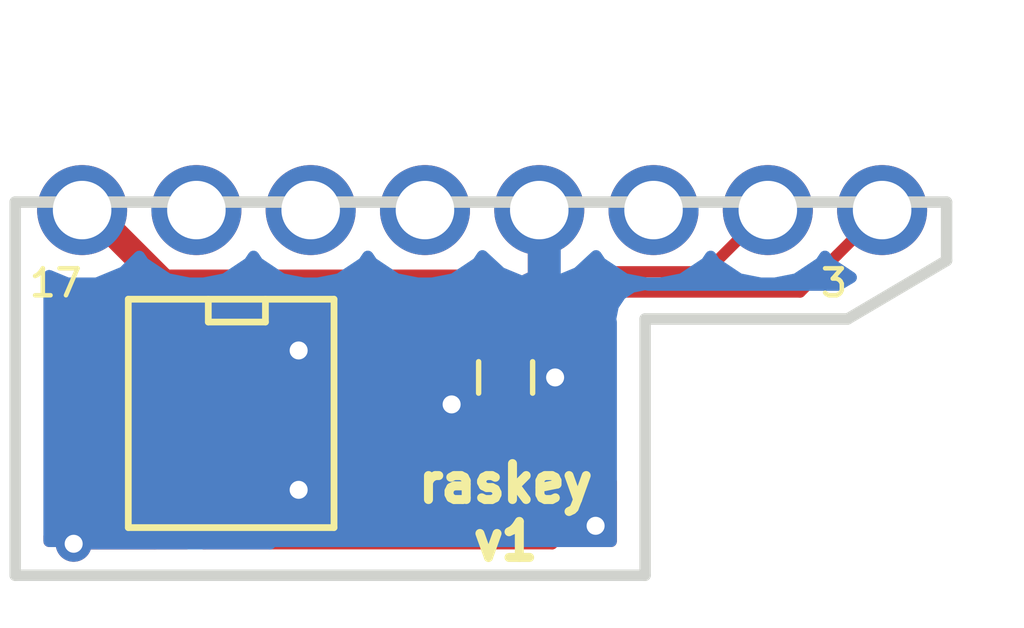
<source format=kicad_pcb>
(kicad_pcb (version 20171130) (host pcbnew no-vcs-found-fe62760~61~ubuntu17.10.1)

  (general
    (thickness 1.6)
    (drawings 17)
    (tracks 65)
    (zones 0)
    (modules 3)
    (nets 5)
  )

  (page A4)
  (layers
    (0 F.Cu signal)
    (31 B.Cu signal)
    (32 B.Adhes user)
    (33 F.Adhes user)
    (34 B.Paste user)
    (35 F.Paste user)
    (36 B.SilkS user)
    (37 F.SilkS user)
    (38 B.Mask user)
    (39 F.Mask user)
    (40 Dwgs.User user)
    (41 Cmts.User user)
    (42 Eco1.User user)
    (43 Eco2.User user)
    (44 Edge.Cuts user)
    (45 Margin user)
    (46 B.CrtYd user)
    (47 F.CrtYd user)
    (48 B.Fab user)
    (49 F.Fab user)
  )

  (setup
    (last_trace_width 0.25)
    (trace_clearance 0.2)
    (zone_clearance 0.5)
    (zone_45_only no)
    (trace_min 0.2)
    (segment_width 0.2)
    (edge_width 0.254)
    (via_size 0.8)
    (via_drill 0.4)
    (via_min_size 0.4)
    (via_min_drill 0.3)
    (uvia_size 0.3)
    (uvia_drill 0.1)
    (uvias_allowed no)
    (uvia_min_size 0.2)
    (uvia_min_drill 0.1)
    (pcb_text_width 0.3)
    (pcb_text_size 1.5 1.5)
    (mod_edge_width 0.15)
    (mod_text_size 1 1)
    (mod_text_width 0.15)
    (pad_size 1.524 1.524)
    (pad_drill 0.762)
    (pad_to_mask_clearance 0.2)
    (aux_axis_origin 0 0)
    (visible_elements FFFFFF7F)
    (pcbplotparams
      (layerselection 0x010fc_ffffffff)
      (usegerberextensions false)
      (usegerberattributes false)
      (usegerberadvancedattributes false)
      (creategerberjobfile false)
      (excludeedgelayer true)
      (linewidth 0.100000)
      (plotframeref false)
      (viasonmask false)
      (mode 1)
      (useauxorigin false)
      (hpglpennumber 1)
      (hpglpenspeed 20)
      (hpglpendiameter 15)
      (psnegative false)
      (psa4output false)
      (plotreference true)
      (plotvalue true)
      (plotinvisibletext false)
      (padsonsilk false)
      (subtractmaskfromsilk false)
      (outputformat 1)
      (mirror false)
      (drillshape 1)
      (scaleselection 1)
      (outputdirectory ""))
  )

  (net 0 "")
  (net 1 GND)
  (net 2 +3V3)
  (net 3 "Net-(J1-Pad7)")
  (net 4 "Net-(J1-Pad8)")

  (net_class Default "This is the default net class."
    (clearance 0.2)
    (trace_width 0.25)
    (via_dia 0.8)
    (via_drill 0.4)
    (uvia_dia 0.3)
    (uvia_drill 0.1)
    (add_net +3V3)
    (add_net GND)
    (add_net "Net-(J1-Pad7)")
    (add_net "Net-(J1-Pad8)")
  )

  (module customraskey:Pi_I2C_castellated (layer F.Cu) (tedit 5A7A2A82) (tstamp 5A9720D6)
    (at 106.9875 68.077381 90)
    (descr "Through hole straight pin header, 1x08, 2.54mm pitch, single row")
    (tags "Through hole pin header THT 1x08 2.54mm single row")
    (path /5A7A103F)
    (fp_text reference J1 (at 0 -2.33 90) (layer F.SilkS) hide
      (effects (font (size 1 1) (thickness 0.15)))
    )
    (fp_text value Conn_01x08 (at 0 20.11 90) (layer F.Fab)
      (effects (font (size 1 1) (thickness 0.15)))
    )
    (fp_line (start -0.635 -1.27) (end 1.27 -1.27) (layer F.Fab) (width 0.1))
    (fp_line (start 1.27 -1.27) (end 1.27 19.05) (layer F.Fab) (width 0.1))
    (fp_line (start 1.27 19.05) (end -1.27 19.05) (layer F.Fab) (width 0.1))
    (fp_line (start -1.27 19.05) (end -1.27 -0.635) (layer F.Fab) (width 0.1))
    (fp_line (start -1.27 -0.635) (end -0.635 -1.27) (layer F.Fab) (width 0.1))
    (fp_line (start -1.8 -1.8) (end -1.8 19.55) (layer F.CrtYd) (width 0.05))
    (fp_line (start -1.8 19.55) (end 1.8 19.55) (layer F.CrtYd) (width 0.05))
    (fp_line (start 1.8 19.55) (end 1.8 -1.8) (layer F.CrtYd) (width 0.05))
    (fp_line (start 1.8 -1.8) (end -1.8 -1.8) (layer F.CrtYd) (width 0.05))
    (fp_text user %R (at 0 8.89 180) (layer F.Fab)
      (effects (font (size 1 1) (thickness 0.15)))
    )
    (pad 1 thru_hole circle (at 0 0 90) (size 2 2) (drill 1.3) (layers *.Cu *.Mask)
      (net 2 +3V3))
    (pad 2 thru_hole oval (at 0 2.54 90) (size 2 2) (drill 1.3) (layers *.Cu *.Mask))
    (pad 3 thru_hole oval (at 0 5.08 90) (size 2 2) (drill 1.3) (layers *.Cu *.Mask))
    (pad 4 thru_hole oval (at 0 7.62 90) (size 2 2) (drill 1.3) (layers *.Cu *.Mask))
    (pad 5 thru_hole oval (at 0 10.16 90) (size 2 2) (drill 1.3) (layers *.Cu *.Mask)
      (net 1 GND))
    (pad 6 thru_hole oval (at 0 12.7 90) (size 2 2) (drill 1.3) (layers *.Cu *.Mask))
    (pad 7 thru_hole oval (at 0 15.24 90) (size 2 2) (drill 1.3) (layers *.Cu *.Mask)
      (net 3 "Net-(J1-Pad7)"))
    (pad 8 thru_hole oval (at 0 17.78 90) (size 2 2) (drill 1.3) (layers *.Cu *.Mask)
      (net 4 "Net-(J1-Pad8)"))
    (model ${KISYS3DMOD}/Pin_Headers.3dshapes/Pin_Header_Straight_1x08_Pitch2.54mm.wrl
      (at (xyz 0 0 0))
      (scale (xyz 1 1 1))
      (rotate (xyz 0 0 0))
    )
  )

  (module Capacitors_SMD:C_0603_HandSoldering (layer F.Cu) (tedit 5A7A2EA8) (tstamp 5A9720BA)
    (at 116.4 71.8 270)
    (descr "Capacitor SMD 0603, hand soldering")
    (tags "capacitor 0603")
    (path /5A7A0CBE)
    (attr smd)
    (fp_text reference C1 (at 0 -1.25 270) (layer F.SilkS) hide
      (effects (font (size 1 1) (thickness 0.15)))
    )
    (fp_text value 0.1uf (at 0 1.5 270) (layer F.Fab)
      (effects (font (size 1 1) (thickness 0.15)))
    )
    (fp_line (start 1.8 0.65) (end -1.8 0.65) (layer F.CrtYd) (width 0.05))
    (fp_line (start 1.8 0.65) (end 1.8 -0.65) (layer F.CrtYd) (width 0.05))
    (fp_line (start -1.8 -0.65) (end -1.8 0.65) (layer F.CrtYd) (width 0.05))
    (fp_line (start -1.8 -0.65) (end 1.8 -0.65) (layer F.CrtYd) (width 0.05))
    (fp_line (start 0.35 0.6) (end -0.35 0.6) (layer F.SilkS) (width 0.12))
    (fp_line (start -0.35 -0.6) (end 0.35 -0.6) (layer F.SilkS) (width 0.12))
    (fp_line (start -0.8 -0.4) (end 0.8 -0.4) (layer F.Fab) (width 0.1))
    (fp_line (start 0.8 -0.4) (end 0.8 0.4) (layer F.Fab) (width 0.1))
    (fp_line (start 0.8 0.4) (end -0.8 0.4) (layer F.Fab) (width 0.1))
    (fp_line (start -0.8 0.4) (end -0.8 -0.4) (layer F.Fab) (width 0.1))
    (fp_text user %R (at 0 -1.25 270) (layer F.Fab)
      (effects (font (size 1 1) (thickness 0.15)))
    )
    (pad 2 smd rect (at 0.95 0 270) (size 1.2 0.75) (layers F.Cu F.Paste F.Mask)
      (net 1 GND))
    (pad 1 smd rect (at -0.95 0 270) (size 1.2 0.75) (layers F.Cu F.Paste F.Mask)
      (net 2 +3V3))
    (model Capacitors_SMD.3dshapes/C_0603.wrl
      (at (xyz 0 0 0))
      (scale (xyz 1 1 1))
      (rotate (xyz 0 0 0))
    )
  )

  (module SMD_Packages:SOIC-8-N (layer F.Cu) (tedit 5A7A2EB7) (tstamp 5A972189)
    (at 110.3 72.6 270)
    (descr "Module Narrow CMS SOJ 8 pins large")
    (tags "CMS SOJ")
    (path /5A7A0BB6)
    (attr smd)
    (fp_text reference U1 (at 0 -1.27 270) (layer F.SilkS) hide
      (effects (font (size 1 1) (thickness 0.15)))
    )
    (fp_text value ATECC508A (at 0 1.27 270) (layer F.Fab)
      (effects (font (size 1 1) (thickness 0.15)))
    )
    (fp_line (start -2.032 0.508) (end -2.54 0.508) (layer F.SilkS) (width 0.15))
    (fp_line (start -2.032 -0.762) (end -2.032 0.508) (layer F.SilkS) (width 0.15))
    (fp_line (start -2.54 -0.762) (end -2.032 -0.762) (layer F.SilkS) (width 0.15))
    (fp_line (start -2.54 2.286) (end -2.54 -2.286) (layer F.SilkS) (width 0.15))
    (fp_line (start 2.54 2.286) (end -2.54 2.286) (layer F.SilkS) (width 0.15))
    (fp_line (start 2.54 -2.286) (end 2.54 2.286) (layer F.SilkS) (width 0.15))
    (fp_line (start -2.54 -2.286) (end 2.54 -2.286) (layer F.SilkS) (width 0.15))
    (pad 1 smd rect (at -1.905 3.175 270) (size 0.508 1.143) (layers F.Cu F.Paste F.Mask))
    (pad 2 smd rect (at -0.635 3.175 270) (size 0.508 1.143) (layers F.Cu F.Paste F.Mask))
    (pad 3 smd rect (at 0.635 3.175 270) (size 0.508 1.143) (layers F.Cu F.Paste F.Mask))
    (pad 4 smd rect (at 1.905 3.175 270) (size 0.508 1.143) (layers F.Cu F.Paste F.Mask)
      (net 1 GND))
    (pad 5 smd rect (at 1.905 -3.175 270) (size 0.508 1.143) (layers F.Cu F.Paste F.Mask)
      (net 4 "Net-(J1-Pad8)"))
    (pad 6 smd rect (at 0.635 -3.175 270) (size 0.508 1.143) (layers F.Cu F.Paste F.Mask)
      (net 3 "Net-(J1-Pad7)"))
    (pad 7 smd rect (at -0.635 -3.175 270) (size 0.508 1.143) (layers F.Cu F.Paste F.Mask))
    (pad 8 smd rect (at -1.905 -3.175 270) (size 0.508 1.143) (layers F.Cu F.Paste F.Mask)
      (net 2 +3V3))
    (model SMD_Packages.3dshapes/SOIC-8-N.wrl
      (at (xyz 0 0 0))
      (scale (xyz 0.5 0.38 0.5))
      (rotate (xyz 0 0 0))
    )
  )

  (gr_text 17 (at 106.4 69.7) (layer F.SilkS) (tstamp 5A7A30B3)
    (effects (font (size 0.6 0.6) (thickness 0.1)))
  )
  (gr_text 3 (at 123.7 69.7) (layer F.SilkS)
    (effects (font (size 0.6 0.6) (thickness 0.1)))
  )
  (gr_text "raskey\nv1" (at 116.4 74.8) (layer F.SilkS)
    (effects (font (size 0.8 0.8) (thickness 0.2)))
  )
  (gr_line (start 105.5 76.2) (end 105.5 67.9) (layer Margin) (width 0.2))
  (gr_line (start 119.5 76.2) (end 105.5 76.2) (layer Margin) (width 0.2))
  (gr_line (start 119.5 70.5) (end 119.5 76.2) (layer Margin) (width 0.2))
  (gr_line (start 124 70.5) (end 119.5 70.5) (layer Margin) (width 0.2))
  (gr_line (start 126.2 69.2) (end 124 70.5) (layer Margin) (width 0.2))
  (gr_line (start 126.2 67.9) (end 126.2 69.2) (layer Margin) (width 0.2))
  (gr_line (start 105.5 67.9) (end 126.2 67.9) (layer Margin) (width 0.2))
  (gr_line (start 105.5 76.2) (end 119.5 76.2) (layer Edge.Cuts) (width 0.254))
  (gr_line (start 105.5 67.9) (end 105.5 76.2) (layer Edge.Cuts) (width 0.254))
  (gr_line (start 119.5 70.5) (end 119.5 76.2) (layer Edge.Cuts) (width 0.254))
  (gr_line (start 124 70.5) (end 119.5 70.5) (layer Edge.Cuts) (width 0.254))
  (gr_line (start 126.2 69.2) (end 124 70.5) (layer Edge.Cuts) (width 0.254))
  (gr_line (start 126.2 67.9) (end 126.2 69.2) (layer Edge.Cuts) (width 0.254))
  (gr_line (start 105.5 67.9) (end 126.2 67.9) (layer Edge.Cuts) (width 0.254))

  (segment (start 111.8 74.3) (end 111.8 74.865685) (width 0.25) (layer B.Cu) (net 1))
  (segment (start 107.365685 75.5) (end 106.8 75.5) (width 0.25) (layer B.Cu) (net 1))
  (segment (start 111.8 74.865685) (end 111.165685 75.5) (width 0.25) (layer B.Cu) (net 1))
  (segment (start 111.165685 75.5) (end 107.365685 75.5) (width 0.25) (layer B.Cu) (net 1))
  (segment (start 111.8 71.2) (end 111.8 74.3) (width 0.25) (layer F.Cu) (net 1))
  (via (at 111.8 74.3) (size 0.8) (drill 0.4) (layers F.Cu B.Cu) (net 1))
  (segment (start 111.8 71.2) (end 114 71.2) (width 0.25) (layer B.Cu) (net 1))
  (segment (start 114 71.2) (end 115.2 72.4) (width 0.25) (layer B.Cu) (net 1))
  (segment (start 111.8 72.3) (end 111.8 71.2) (width 0.25) (layer F.Cu) (net 1))
  (segment (start 108.6 75.5) (end 111.8 72.3) (width 0.25) (layer F.Cu) (net 1))
  (via (at 111.8 71.2) (size 0.8) (drill 0.4) (layers F.Cu B.Cu) (net 1))
  (segment (start 106.8 75.5) (end 108.6 75.5) (width 0.25) (layer F.Cu) (net 1))
  (segment (start 106.8 75.5) (end 109.3 75.5) (width 0.25) (layer F.Cu) (net 1))
  (segment (start 109.2 71.2) (end 109.2 72.6) (width 0.25) (layer F.Cu) (net 1))
  (segment (start 109.2 72.6) (end 110.5 72.6) (width 0.25) (layer F.Cu) (net 1))
  (segment (start 109.2 72.6) (end 109.2 73.805) (width 0.25) (layer F.Cu) (net 1))
  (segment (start 108.5 74.505) (end 107.125 74.505) (width 0.25) (layer F.Cu) (net 1))
  (segment (start 108.705 74.505) (end 108.5 74.505) (width 0.25) (layer F.Cu) (net 1))
  (segment (start 109.2 73.805) (end 108.5 74.505) (width 0.25) (layer F.Cu) (net 1))
  (segment (start 106.8 75.5) (end 106.8 70.3) (width 0.25) (layer B.Cu) (net 1))
  (segment (start 117.834315 75.1) (end 117.434315 75.5) (width 0.25) (layer F.Cu) (net 1))
  (segment (start 118.4 75.1) (end 117.834315 75.1) (width 0.25) (layer F.Cu) (net 1))
  (segment (start 117.434315 75.5) (end 109.7 75.5) (width 0.25) (layer F.Cu) (net 1))
  (segment (start 109.7 75.5) (end 108.705 74.505) (width 0.25) (layer F.Cu) (net 1))
  (segment (start 117.5 74.2) (end 118.4 75.1) (width 0.25) (layer B.Cu) (net 1))
  (segment (start 117.5 71.8) (end 117.5 74.2) (width 0.25) (layer B.Cu) (net 1))
  (via (at 118.4 75.1) (size 0.8) (drill 0.4) (layers F.Cu B.Cu) (net 1))
  (segment (start 117.5 71.8) (end 117.5 68.429881) (width 0.25) (layer B.Cu) (net 1))
  (segment (start 117.5 68.429881) (end 117.1475 68.077381) (width 0.25) (layer B.Cu) (net 1))
  (segment (start 116.55 72.75) (end 117.5 71.8) (width 0.6) (layer F.Cu) (net 1))
  (segment (start 116.4 72.75) (end 116.55 72.75) (width 0.25) (layer F.Cu) (net 1))
  (via (at 117.5 71.8) (size 0.8) (drill 0.4) (layers F.Cu B.Cu) (net 1))
  (segment (start 109.9 72.4) (end 111.8 70.5) (width 0.6) (layer B.Cu) (net 1))
  (segment (start 106.8 75.5) (end 109.9 72.4) (width 0.6) (layer B.Cu) (net 1))
  (segment (start 115.2 72.4) (end 109.9 72.4) (width 0.6) (layer B.Cu) (net 1))
  (segment (start 115.55 72.75) (end 115.2 72.4) (width 0.6) (layer F.Cu) (net 1))
  (segment (start 116.4 72.75) (end 115.55 72.75) (width 0.6) (layer F.Cu) (net 1))
  (via (at 115.2 72.4) (size 0.8) (drill 0.4) (layers F.Cu B.Cu) (net 1))
  (segment (start 111.8 70.5) (end 114.724881 70.5) (width 0.6) (layer B.Cu) (net 1))
  (segment (start 107.125 75.175) (end 106.8 75.5) (width 0.6) (layer F.Cu) (net 1))
  (segment (start 107.125 74.505) (end 107.125 75.175) (width 0.6) (layer F.Cu) (net 1))
  (via (at 106.8 75.5) (size 0.8) (drill 0.4) (layers F.Cu B.Cu) (net 1))
  (segment (start 107.177381 68.077381) (end 108.8 69.7) (width 0.6) (layer F.Cu) (net 2))
  (segment (start 106.9875 68.077381) (end 107.177381 68.077381) (width 0.6) (layer F.Cu) (net 2))
  (segment (start 108.8 69.7) (end 115.475 69.7) (width 0.6) (layer F.Cu) (net 2))
  (segment (start 115.475 69.7) (end 116.4 70.625) (width 0.6) (layer F.Cu) (net 2))
  (segment (start 116.4 70.625) (end 116.4 70.85) (width 0.6) (layer F.Cu) (net 2))
  (segment (start 113.475 70.695) (end 116.245 70.695) (width 0.6) (layer F.Cu) (net 2))
  (segment (start 116.245 70.695) (end 116.4 70.85) (width 0.6) (layer F.Cu) (net 2))
  (segment (start 122.2275 68.077381) (end 120.854892 69.449989) (width 0.25) (layer F.Cu) (net 3))
  (segment (start 120.854892 69.449989) (end 118.6136 69.449989) (width 0.25) (layer F.Cu) (net 3))
  (segment (start 118.6136 69.449989) (end 118.249989 69.8136) (width 0.25) (layer F.Cu) (net 3))
  (segment (start 118.249989 72.913601) (end 117.108601 74.054989) (width 0.25) (layer F.Cu) (net 3))
  (segment (start 115.554989 74.054989) (end 114.735 73.235) (width 0.25) (layer F.Cu) (net 3))
  (segment (start 117.108601 74.054989) (end 115.554989 74.054989) (width 0.25) (layer F.Cu) (net 3))
  (segment (start 114.2965 73.235) (end 113.475 73.235) (width 0.25) (layer F.Cu) (net 3))
  (segment (start 114.735 73.235) (end 114.2965 73.235) (width 0.25) (layer F.Cu) (net 3))
  (segment (start 118.249989 69.8136) (end 118.249989 72.913601) (width 0.25) (layer F.Cu) (net 3))
  (segment (start 118.8 69.9) (end 122.944881 69.9) (width 0.25) (layer F.Cu) (net 4))
  (segment (start 117.295 74.505) (end 118.7 73.1) (width 0.25) (layer F.Cu) (net 4))
  (segment (start 118.7 73.1) (end 118.7 70) (width 0.25) (layer F.Cu) (net 4))
  (segment (start 123.767501 69.07738) (end 124.7675 68.077381) (width 0.25) (layer F.Cu) (net 4))
  (segment (start 113.475 74.505) (end 117.295 74.505) (width 0.25) (layer F.Cu) (net 4))
  (segment (start 118.7 70) (end 118.8 69.9) (width 0.25) (layer F.Cu) (net 4))
  (segment (start 122.944881 69.9) (end 123.767501 69.07738) (width 0.25) (layer F.Cu) (net 4))

  (zone (net 1) (net_name GND) (layer B.Cu) (tstamp 0) (hatch edge 0.508)
    (connect_pads (clearance 0.5))
    (min_thickness 0.254)
    (fill yes (arc_segments 16) (thermal_gap 0.508) (thermal_bridge_width 0.508))
    (polygon
      (pts
        (xy 105.4 66.6) (xy 126.8 66.6) (xy 126.8 77.4) (xy 105.4 77.4)
      )
    )
    (filled_polygon
      (pts
        (xy 117.2745 69.548158) (xy 117.527934 69.667505) (xy 118.002885 69.470783) (xy 118.409945 69.093907) (xy 118.514499 69.250382)
        (xy 119.052676 69.609981) (xy 119.527258 69.704381) (xy 119.847742 69.704381) (xy 120.322324 69.609981) (xy 120.860501 69.250382)
        (xy 120.9575 69.105213) (xy 121.054499 69.250382) (xy 121.592676 69.609981) (xy 122.067258 69.704381) (xy 122.387742 69.704381)
        (xy 122.862324 69.609981) (xy 123.400501 69.250382) (xy 123.4975 69.105213) (xy 123.594499 69.250382) (xy 124.081702 69.575922)
        (xy 123.793878 69.746) (xy 119.574259 69.746) (xy 119.5 69.731229) (xy 119.425741 69.746) (xy 119.205804 69.789748)
        (xy 118.956397 69.956397) (xy 118.789748 70.205804) (xy 118.731229 70.5) (xy 118.746 70.574259) (xy 118.746001 75.446)
        (xy 106.254 75.446) (xy 106.254 69.534608) (xy 106.66387 69.704381) (xy 107.31113 69.704381) (xy 107.909122 69.456685)
        (xy 108.258739 69.107068) (xy 108.354499 69.250382) (xy 108.892676 69.609981) (xy 109.367258 69.704381) (xy 109.687742 69.704381)
        (xy 110.162324 69.609981) (xy 110.700501 69.250382) (xy 110.7975 69.105213) (xy 110.894499 69.250382) (xy 111.432676 69.609981)
        (xy 111.907258 69.704381) (xy 112.227742 69.704381) (xy 112.702324 69.609981) (xy 113.240501 69.250382) (xy 113.3375 69.105213)
        (xy 113.434499 69.250382) (xy 113.972676 69.609981) (xy 114.447258 69.704381) (xy 114.767742 69.704381) (xy 115.242324 69.609981)
        (xy 115.780501 69.250382) (xy 115.885055 69.093907) (xy 116.292115 69.470783) (xy 116.767066 69.667505) (xy 117.0205 69.548158)
        (xy 117.0205 68.654) (xy 117.2745 68.654)
      )
    )
  )
  (zone (net 1) (net_name GND) (layer F.Cu) (tstamp 0) (hatch edge 0.508)
    (connect_pads (clearance 0.5))
    (min_thickness 0.254)
    (fill yes (arc_segments 16) (thermal_gap 0.508) (thermal_bridge_width 0.508))
    (polygon
      (pts
        (xy 105.4 66.6) (xy 126.8 66.6) (xy 126.8 77.4) (xy 105.4 77.4)
      )
    )
    (filled_polygon
      (pts
        (xy 108.438303 70.573215) (xy 108.708698 70.627) (xy 108.708699 70.627) (xy 108.8 70.645161) (xy 108.8913 70.627)
        (xy 112.264217 70.627) (xy 112.264217 70.949) (xy 112.31288 71.193643) (xy 112.403991 71.33) (xy 112.31288 71.466357)
        (xy 112.264217 71.711) (xy 112.264217 72.219) (xy 112.31288 72.463643) (xy 112.403991 72.6) (xy 112.31288 72.736357)
        (xy 112.264217 72.981) (xy 112.264217 73.489) (xy 112.31288 73.733643) (xy 112.403991 73.87) (xy 112.31288 74.006357)
        (xy 112.264217 74.251) (xy 112.264217 74.759) (xy 112.31288 75.003643) (xy 112.451459 75.211041) (xy 112.658857 75.34962)
        (xy 112.9035 75.398283) (xy 114.0465 75.398283) (xy 114.291143 75.34962) (xy 114.429759 75.257) (xy 117.220941 75.257)
        (xy 117.295 75.271731) (xy 117.369059 75.257) (xy 117.369063 75.257) (xy 117.588416 75.213368) (xy 117.837161 75.047161)
        (xy 117.879116 74.984371) (xy 118.746001 74.117487) (xy 118.746001 75.446) (xy 106.254 75.446) (xy 106.254 75.322262)
        (xy 106.42719 75.394) (xy 106.83925 75.394) (xy 106.998 75.23525) (xy 106.998 74.632) (xy 107.252 74.632)
        (xy 107.252 75.23525) (xy 107.41075 75.394) (xy 107.82281 75.394) (xy 108.056199 75.297327) (xy 108.234827 75.118698)
        (xy 108.3315 74.885309) (xy 108.3315 74.79075) (xy 108.17275 74.632) (xy 107.252 74.632) (xy 106.998 74.632)
        (xy 106.978 74.632) (xy 106.978 74.378) (xy 106.998 74.378) (xy 106.998 74.358) (xy 107.252 74.358)
        (xy 107.252 74.378) (xy 108.17275 74.378) (xy 108.3315 74.21925) (xy 108.3315 74.124691) (xy 108.234827 73.891302)
        (xy 108.203025 73.8595) (xy 108.28712 73.733643) (xy 108.335783 73.489) (xy 108.335783 72.981) (xy 108.28712 72.736357)
        (xy 108.196009 72.6) (xy 108.28712 72.463643) (xy 108.335783 72.219) (xy 108.335783 71.711) (xy 108.28712 71.466357)
        (xy 108.196009 71.33) (xy 108.28712 71.193643) (xy 108.335783 70.949) (xy 108.335783 70.504714)
      )
    )
    (filled_polygon
      (pts
        (xy 115.43438 71.694643) (xy 115.493641 71.783334) (xy 115.486673 71.790302) (xy 115.39 72.023691) (xy 115.39 72.46425)
        (xy 115.54875 72.623) (xy 116.273 72.623) (xy 116.273 72.603) (xy 116.527 72.603) (xy 116.527 72.623)
        (xy 116.547 72.623) (xy 116.547 72.877) (xy 116.527 72.877) (xy 116.527 72.897) (xy 116.273 72.897)
        (xy 116.273 72.877) (xy 115.54875 72.877) (xy 115.494619 72.931131) (xy 115.319116 72.755629) (xy 115.277161 72.692839)
        (xy 115.028416 72.526632) (xy 114.809063 72.483) (xy 114.809059 72.483) (xy 114.735 72.468269) (xy 114.660941 72.483)
        (xy 114.624186 72.483) (xy 114.63712 72.463643) (xy 114.685783 72.219) (xy 114.685783 71.711) (xy 114.66808 71.622)
        (xy 115.41993 71.622)
      )
    )
    (filled_polygon
      (pts
        (xy 117.2745 69.548158) (xy 117.513655 69.660781) (xy 117.497989 69.739538) (xy 117.497989 69.739541) (xy 117.483258 69.8136)
        (xy 117.497989 69.887659) (xy 117.49799 72.602112) (xy 117.41 72.690102) (xy 117.41 72.622998) (xy 117.251252 72.622998)
        (xy 117.41 72.46425) (xy 117.41 72.023691) (xy 117.313327 71.790302) (xy 117.306359 71.783334) (xy 117.36562 71.694643)
        (xy 117.414283 71.45) (xy 117.414283 70.25) (xy 117.36562 70.005357) (xy 117.227041 69.797959) (xy 117.019643 69.65938)
        (xy 116.854201 69.626471) (xy 117.0205 69.548158) (xy 117.0205 68.654) (xy 117.2745 68.654)
      )
    )
  )
)

</source>
